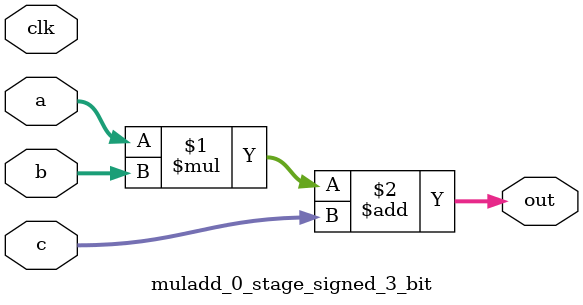
<source format=sv>
(* use_dsp = "yes" *) module muladd_0_stage_signed_3_bit(
	input signed [2:0] a,
	input signed [2:0] b,
	input signed [2:0] c,
	output [2:0] out,
	input clk);

	assign out = (a * b) + c;
endmodule

</source>
